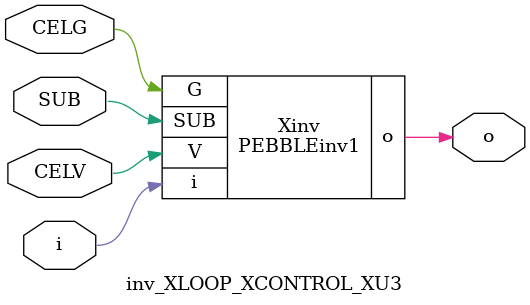
<source format=v>



module PEBBLEinv1 ( o, G, SUB, V, i );

  input V;
  input i;
  input G;
  output o;
  input SUB;
endmodule

//Celera Confidential Do Not Copy inv_XLOOP_XCONTROL_XU3
//Celera Confidential Symbol Generator
//5V Inverter
module inv_XLOOP_XCONTROL_XU3 (CELV,CELG,i,o,SUB);
input CELV;
input CELG;
input i;
input SUB;
output o;

//Celera Confidential Do Not Copy inv
PEBBLEinv1 Xinv(
.V (CELV),
.i (i),
.o (o),
.SUB (SUB),
.G (CELG)
);
//,diesize,PEBBLEinv1

//Celera Confidential Do Not Copy Module End
//Celera Schematic Generator
endmodule

</source>
